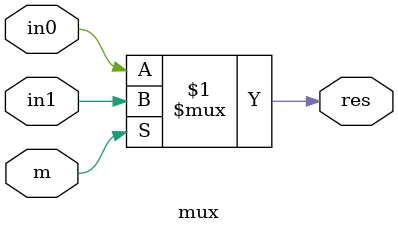
<source format=v>
`timescale 1ns / 1ps


module mux(
    input in0,
    input in1,
    input m,
    output res
    );
    assign res = m?in1:in0;
endmodule

</source>
